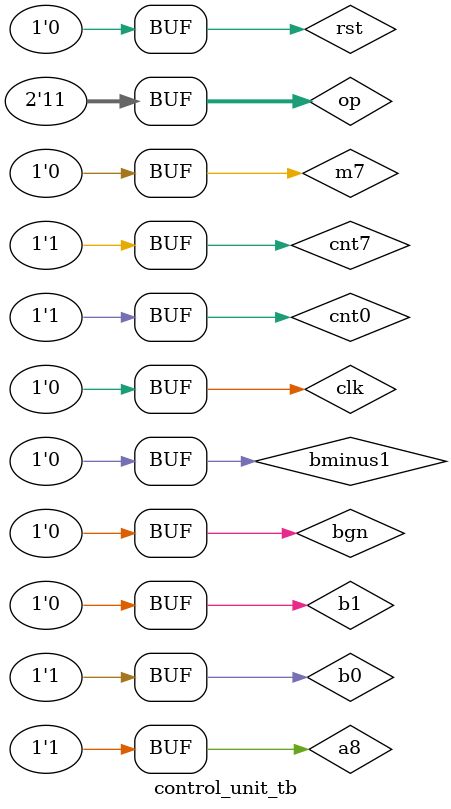
<source format=v>
`include"d_flip_flop.v"
`include"mux2_1.v"

module control_unit( //uses one hot encoding, based on a moore fsm (outputs rely on the current state)
input [1:0]op, //operation encoding, ALU input (00 = addition, 01 = subtraction, 10 = multiplication, 11 = division
input rst, //brings the control unit to the initial state (q[0] is 1)
input clk, //clock signal
input bgn, //orders the control unit to start executing the instructions
input a8, //a[8]
input b1, //if booth encoding represents positive 1
input b0, //if booth encoding represents 0
input bminus1, //if booth encoding represents negative 1 
input m7, //if M[7] equals 0, signal used for division
input cnt0, //signal used only for division, if it's equal to 1, it means that the quotient is A
input cnt7, //sigmal used for multiplication and division
output endd, //it is 1 if there are no more instructions to execute and the algorithm ends
output load_A,
output load_Q,
output load_M,
output load_QP,
output load_cnt,
output sel_mux_1,
output sel_mux_2,
output sel_mux_6,
output sel_mux_7,
output sel_demux_1,
output sel_demux_2,
output sel_demux_3,
output sel_mux_3,
output sel_mux_5,
output rshift_A,
output rshift_Q,
output lshift_A,
output lshift_Q,
output lshift_M,
output lshift_QP,
output booth_digit_for_Q,
output booth_digit_for_QP,
output c_up_1,
output c_up_2,
output c_up_QP,
output c_down_1,
output exor_in,
output a7_mem //arithmetic shift right for register A
//output [18:0]o //used only for testing the control unit
);

wire[15:0]d; //wire signal which enters a d flip flop
wire[15:0]q; //the set of states of the control unit
wire[15:0]not_q;

genvar i;
generate
for(i=0;i<=15;i=i+1)
begin: d_flip_flop
	d_flip_flop DUT_FF(.clk(clk), .d(d[i]), .q(q[i]), .not_q(not_q[i]));
end
endgenerate

//assigning the next state values depending on the current state, the multiplexers are used to decide whether the next state will be 0 (rst signal is 1) or other state (rst signal is 0)
//implemented using d flip-flops and multiplexers that specify if we should bring the fsm to the initial state (rst=1) or not
//the states are represented by the outputs of the flip-flops which are q[15:0]

mux2_1 DUT_MUX0(.i({1'b1, 
q[0]&~(bgn) //q[0]=q[0]&~(bgn)
}), .sel(rst), .o(d[0]));

mux2_1 DUT_MUX1(.i({1'b0, 
(q[0]|q[15])&bgn //q[1]=(q[0]|q[15])&bgn
}), .sel(rst), .o(d[1]));

mux2_1 DUT_MUX2(.i({1'b0,
q[1]&(~(op[1]|op[0])) //q[2]=q[1]&(~(op[1]|op[0]))
}), .sel(rst), .o(d[2]));

mux2_1 DUT_MUX3(.i({1'b0,
q[1]&~(op[1])&op[0] //q[3]=q[1]&~(op[1])&op[0]
}), .sel(rst), .o(d[3]));

mux2_1 DUT_MUX4(.i({1'b0,
(q[10])|(q[7]&(~op[0])&b1)|(op[1]&~op[0]&q[1]&b1) //q[4]=(q[10])|(q[7]&(~op[0])&b1)|(op[1]&~op[0]&q[1]&b1)
}), .sel(rst), .o(d[4]));

mux2_1 DUT_MUX5(.i({1'b0,
(q[1]&op[1]&(~op[0])&b0)|(q[4]&(~op[0]))|(q[6]&(~op[0]))|(q[7]&(~op[0])&b0) //q[5]=(q[1]&op[1]&(~op[0])&b0)|(q[4]&(~op[0]))|(q[6]&(~op[0]))|(q[7]&(~op[0])&b0)
}), .sel(rst), .o(d[5]));

mux2_1 DUT_MUX6(.i({1'b0,
(q[1]&op[1]&(~op[0])&bminus1)|(q[11])|(q[7]&(~op[0])&bminus1) //q[6]=(q[1]&op[1]&(~op[0])&bminus1)|(q[11])|(q[7]&(~op[0])&bminus1)
}), .sel(rst), .o(d[6]));

mux2_1 DUT_MUX7(.i({1'b0,
(q[5]&(~cnt7))|(q[4]&op[0]&(~cnt7))|(q[6]&op[0]&(~cnt7))|(q[9]&(~cnt7)) //q[7]=(q[5]&(~cnt7))|(q[4]&op[0]&(~cnt7))|(q[6]&op[0]&(~cnt7))|(q[9]&(~cnt7))
}), .sel(rst), .o(d[7]));

mux2_1 DUT_MUX8(.i({1'b0,
(q[1]&op[1]&op[0]&(~m7))|(q[8]&(~m7)) //q[8]=(q[1]&op[1]&op[0]&(~m7))|(q[8]&(~m7))
}), .sel(rst), .o(d[8]));

mux2_1 DUT_MUX9(.i({1'b0,
(q[8]&b0&m7)|(q[1]&op[1]&op[0]&m7&b0)|(q[7]&op[0]&b0) //q[9]=(q[8]&b0&m7)|(q[1]&op[1]&op[0]&m7&b0)|(q[7]&op[0]&b0)
}), .sel(rst), .o(d[9]));

mux2_1 DUT_MUX10(.i({1'b0,
(q[8]&bminus1&m7)|(q[1]&op[1]&op[0]&m7&bminus1)|(q[7]&op[0]&bminus1) //q[10]=(q[8]&bminus1&m7)|(q[1]&op[1]&op[0]&m7&bminus1)|(q[7]&op[0]&bminus1)
}), .sel(rst), .o(d[10]));

mux2_1 DUT_MUX11(.i({1'b0,
(q[8]&b1&m7)|(q[1]&op[1]&op[0]&m7&b1)|(q[7]&op[0]&b1) //q[11]=(q[8]&b1&m7)|(q[1]&op[1]&op[0]&m7&b1)|(q[7]&op[0]&b1)
}), .sel(rst), .o(d[11]));

mux2_1 DUT_MUX12(.i({1'b0,
((q[4]|q[6]|q[9])&op[0]&cnt7&a8&(~cnt0)) //q[12]=((q[4]|q[6]|q[9])&op[0]&cnt7&a8&(~cnt0))
}), .sel(rst), .o(d[12]));

mux2_1 DUT_MUX13(.i({1'b0,
((q[4]|q[6]|q[9])&op[0]&cnt7&(~a8)&(~cnt0))|(q[12])|(q[13]&(~cnt0)) //q[13]=((q[4]|q[6]|q[9])&op[0]&cnt7&(~a8)&(~cnt0))|(q[12])|(q[13]&(~cnt0))
}), .sel(rst), .o(d[13]));

mux2_1 DUT_MUX14(.i({1'b0,
(q[13]&cnt0)|((q[4]|q[6]|q[9])&op[0]&cnt7&(~a8)&cnt0) //q[14]=(q[13]&cnt0)|((q[4]|q[6]|q[9])&op[0]&cnt7&(~a8)&cnt0)
}), .sel(rst), .o(d[14]));

mux2_1 DUT_MUX15(.i({1'b0,
(q[14])|(q[2])|(q[3])|(q[5]&cnt7)|(q[15]&(~bgn)) //q[15]=(q[14])|(q[2])|(q[3])|(q[5]&cnt7)|(q[15]&(~bgn))
}), .sel(rst), .o(d[15]));

//assigning outputs depending on the current state

assign load_A=q[1]|q[4]|q[6]|q[12];
assign load_Q=q[1]|q[2]|q[3]|q[14];
assign load_M=q[1];
assign load_QP=q[1];
assign load_cnt=q[1];
assign rshift_A=q[5]|q[13];
assign rshift_Q=q[5];
assign lshift_A=q[8]|q[9]|q[10]|q[11];
assign lshift_Q=q[8]|q[9]|q[10]|q[11];
assign lshift_M=q[8];
assign lshift_QP=q[9]|q[10]|q[11];
assign c_up_1=q[8];
assign c_up_2=q[7];
assign sel_mux_1=q[4]|q[6]|q[12];
assign sel_mux_2=q[2]|q[3]|q[14];
assign sel_demux_1=q[14]|q[2]|q[3];
assign sel_demux_2=q[15];
assign sel_demux_3=q[14]|q[2]|q[3];
assign sel_AM_or_QQP=q[14];
assign sel_mux_3=q[14];
assign sel_mux_5=q[14]|q[2]|q[3];	
assign sel_mux_7=~op[1];
assign booth_digit_for_Q=q[11];
assign booth_digit_for_QP=q[10];
assign c_down_1=q[13];
assign exor_in=q[3]|q[6]|q[14];
assign sel_mux_6=op[0];
assign a7_mem=op[1]&(~op[0]);
assign endd=q[15];
assign c_up_QP=q[12];

endmodule

module control_unit_tb();

reg [1:0]op;
reg rst;
reg clk;
reg bgn;
reg a8;
reg b1; //if booth encoding represents positive 1
reg b0; //if booth encoding represents 0
reg bminus1; //if booth encoding represents negative 1 
reg m7; //if M[7] equals 0, signal used for division
reg cnt0; //signal used only for division, if it's equal to 1, it means that the quotient is A
reg cnt7; //sigmal used for multiplication and division
wire endd; //it is 1 if there are no more instructions to execute and the algorithm ends
wire load_A;
wire load_Q;
wire load_M;
wire load_QP;
wire load_cnt;
wire sel_mux_1;
wire sel_mux_2;
wire sel_mux_3;
wire sel_mux_5;
wire sel_mux_6;
wire sel_mux_7;
wire sel_demux_1;
wire sel_demux_2;
wire sel_demux_3;
wire rshift_A;
wire rshift_Q;
wire lshift_A;
wire lshift_Q;
wire lshift_M;
wire lshift_QP;
wire c_up_1;
wire c_up_2;
wire c_up_QP;
wire c_down_1;
wire exor_in;
wire a7_mem; //arithmetic shift right for register A
wire booth_digit_for_Q;
wire booth_digit_for_QP;
//wire [18:0]o;

control_unit DUT_CU
(
.op(op),
.rst(rst),
.clk(clk),
.bgn(bgn),
.b1(b1),
.b0(b0),
.bminus1(bminus1),
.m7(m7),
.a8(a8),
.cnt0(cnt0),
.cnt7(cnt7),
.endd(endd),
.load_A(load_A),
.load_Q(load_Q),
.load_M(load_M),
.load_QP(load_QP),
.load_cnt(load_cnt),
.sel_mux_1(sel_mux_1),
.sel_mux_2(sel_mux_2),
.sel_mux_6(sel_mux_6),
.sel_mux_7(sel_mux_7),
.sel_demux_1(sel_demux_1),
.sel_demux_2(sel_demux_2),
.sel_demux_3(sel_demux_3),
.sel_mux_3(sel_mux_3),
.sel_mux_5(sel_mux_5),
.rshift_A(rshift_A),
.rshift_Q(rshift_Q),
.lshift_A(lshift_A),
.lshift_Q(lshift_Q),
.lshift_M(lshift_M),
.lshift_QP(lshift_QP),
.c_up_1(c_up_1),
.c_up_2(c_up_2),
.c_down_1(c_down_1),
.c_up_QP(c_up_QP),
.exor_in(exor_in),
.a7_mem(a7_mem),
.booth_digit_for_Q(booth_digit_for_Q),
.booth_digit_for_QP(booth_digit_for_QP)
//.o(o)
);

localparam CLK_PERIOD = 100;
localparam RUNNING_CYCLES = 80;

initial begin
clk = 1'd0;
repeat (2*RUNNING_CYCLES) #(CLK_PERIOD/2) clk = ~clk;
end

initial begin
op=2'b11;
rst=1;
bgn=0;
b1=0;
b0=1;
bminus1=0;
m7=0;
cnt0=1;
cnt7=0;
a8=0;
#100;
rst=0;
bgn=1;
#100;
bgn=0;
m7=0;
#100;
cnt0=0;
#400;
m7=1;
#100;
b0=0;
bminus1=1;
#200;
bminus1=0;
b1=1;
#300;
b1=0;
b0=1;
#400;
cnt7=1;
a8=1;
m7=0;
#600;
cnt0=1;
end

endmodule
</source>
